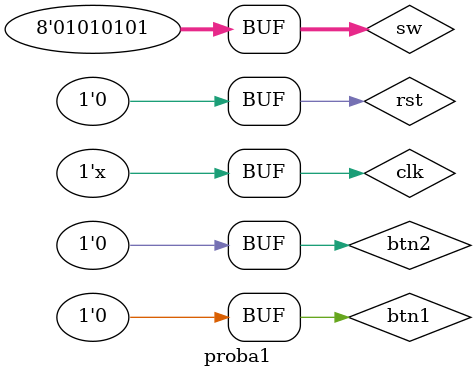
<source format=v>
`timescale 1ns / 1ps


module proba1;

	// Inputs
	reg clk;
	reg rst;
	reg btn1;
	reg btn2;
	reg [7:0] sw;

	// Outputs
	wire kimenet;
	wire[10:0] bitgen_dbg;
	wire[3:0] dbgki;
	wire startki;
	wire btn1enki;
	wire btn2enki;

	// Instantiate the Unit Under Test (UUT)
	top_level uut (
		.clk(clk),
		.rst(rst),
		.btn1(btn1),
		.btn2(btn2),
		.sw(sw),
		.kimenet(kimenet),
		.bitgen_dbg(bitgen_dbg),
		.dbgki(dbgki),
		.startki(startki),
		.btn1enki(btn1enki),
		.btn2enki(btn2enki)
	);

	initial begin
		// Initialize Inputs
		clk = 0;
		rst = 1;
		btn1 = 0;
		btn2 = 0;
		sw = 8'b01010101;

		// Wait 100 ns for global reset to finish
		#10;
			rst=0;
		#2;
			btn2=1;
		#500;
			btn2=0;


		// Add stimulus here

	end
      always #1 clk=~clk;
endmodule

</source>
